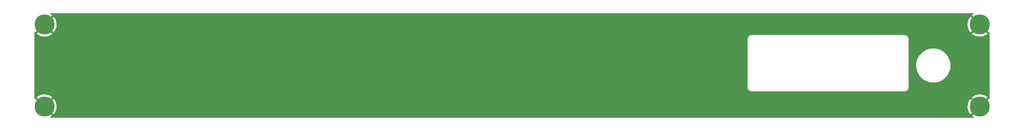
<source format=gbr>
%TF.GenerationSoftware,KiCad,Pcbnew,(5.99.0-10540-g55c1d814f9)*%
%TF.CreationDate,2021-05-27T21:19:54+02:00*%
%TF.ProjectId,plate-back,706c6174-652d-4626-9163-6b2e6b696361,1.0*%
%TF.SameCoordinates,Original*%
%TF.FileFunction,Copper,L2,Bot*%
%TF.FilePolarity,Positive*%
%FSLAX46Y46*%
G04 Gerber Fmt 4.6, Leading zero omitted, Abs format (unit mm)*
G04 Created by KiCad (PCBNEW (5.99.0-10540-g55c1d814f9)) date 2021-05-27 21:19:54*
%MOMM*%
%LPD*%
G01*
G04 APERTURE LIST*
%TA.AperFunction,ComponentPad*%
%ADD10C,5.000000*%
%TD*%
G04 APERTURE END LIST*
D10*
%TO.P,H3,1,1*%
%TO.N,GND*%
X268440000Y-119910000D03*
%TD*%
%TO.P,H4,1,1*%
%TO.N,GND*%
X268440000Y-140370000D03*
%TD*%
%TO.P,H1,1,1*%
%TO.N,GND*%
X35840000Y-119920000D03*
%TD*%
%TO.P,H2,1,1*%
%TO.N,GND*%
X35840000Y-140370000D03*
%TD*%
%TA.AperFunction,Conductor*%
%TO.N,GND*%
G36*
X266928984Y-117095003D02*
G01*
X266975477Y-117148659D01*
X266985581Y-117218933D01*
X266956087Y-117283513D01*
X266927819Y-117307738D01*
X266697711Y-117452085D01*
X266691783Y-117456298D01*
X266513671Y-117598992D01*
X266505201Y-117611117D01*
X266511596Y-117622385D01*
X267293412Y-118404201D01*
X267327438Y-118466513D01*
X267322373Y-118537328D01*
X267288221Y-118587296D01*
X267170553Y-118692318D01*
X267119267Y-118753983D01*
X267060329Y-118793567D01*
X266989347Y-118795002D01*
X266933297Y-118762508D01*
X266152443Y-117981653D01*
X266139651Y-117974668D01*
X266128898Y-117982531D01*
X265968114Y-118187587D01*
X265963982Y-118193532D01*
X265786531Y-118483108D01*
X265783101Y-118489504D01*
X265640114Y-118797543D01*
X265637443Y-118804288D01*
X265530804Y-119126733D01*
X265528928Y-119133736D01*
X265460060Y-119466287D01*
X265458998Y-119473479D01*
X265428810Y-119811737D01*
X265428582Y-119818991D01*
X265437472Y-120158496D01*
X265438078Y-120165712D01*
X265485931Y-120501944D01*
X265487365Y-120509055D01*
X265573548Y-120837565D01*
X265575784Y-120844445D01*
X265699154Y-121160872D01*
X265702169Y-121167459D01*
X265861093Y-121467616D01*
X265864839Y-121473801D01*
X266057206Y-121753697D01*
X266061651Y-121759426D01*
X266128812Y-121836415D01*
X266141986Y-121844819D01*
X266151838Y-121838951D01*
X266924058Y-121066731D01*
X266986370Y-121032705D01*
X267057185Y-121037770D01*
X267107414Y-121072585D01*
X267108196Y-121073633D01*
X267111520Y-121076928D01*
X267283163Y-121247081D01*
X267317460Y-121309244D01*
X267312704Y-121380081D01*
X267283552Y-121425659D01*
X266511544Y-122197667D01*
X266503930Y-122211611D01*
X266503948Y-122211862D01*
X266509864Y-122220609D01*
X266541176Y-122249100D01*
X266546800Y-122253655D01*
X266822604Y-122451840D01*
X266828734Y-122455730D01*
X267125478Y-122620895D01*
X267131998Y-122624047D01*
X267445770Y-122754016D01*
X267452621Y-122756402D01*
X267779233Y-122849440D01*
X267786322Y-122851024D01*
X268121475Y-122905908D01*
X268128683Y-122906665D01*
X268467924Y-122922664D01*
X268475174Y-122922588D01*
X268813998Y-122899490D01*
X268821207Y-122898579D01*
X269155136Y-122836689D01*
X269162166Y-122834962D01*
X269486770Y-122735101D01*
X269493583Y-122732567D01*
X269804550Y-122596061D01*
X269811005Y-122592773D01*
X270104229Y-122421427D01*
X270110278Y-122417408D01*
X270368758Y-122223335D01*
X270377212Y-122212008D01*
X270370467Y-122199678D01*
X269592979Y-121422190D01*
X269558953Y-121359878D01*
X269564018Y-121289063D01*
X269600660Y-121236931D01*
X269674452Y-121174462D01*
X269762932Y-121073569D01*
X269767605Y-121068241D01*
X269827558Y-121030213D01*
X269898554Y-121030635D01*
X269951432Y-121062222D01*
X270726202Y-121836991D01*
X270740140Y-121844602D01*
X270748398Y-121844011D01*
X270799142Y-121826624D01*
X270868086Y-121843575D01*
X270916920Y-121895108D01*
X270930749Y-121952499D01*
X270930749Y-138324779D01*
X270910747Y-138392900D01*
X270857091Y-138439393D01*
X270786817Y-138449497D01*
X270740350Y-138433078D01*
X270740109Y-138432935D01*
X270739503Y-138432956D01*
X270731022Y-138438189D01*
X269951112Y-139218099D01*
X269888800Y-139252125D01*
X269817985Y-139247060D01*
X269763068Y-139207011D01*
X269741462Y-139179605D01*
X269738569Y-139175935D01*
X269698819Y-139138542D01*
X269594250Y-139040173D01*
X269558338Y-138978929D01*
X269561238Y-138907991D01*
X269591487Y-138859303D01*
X270367008Y-138083781D01*
X270374397Y-138070250D01*
X270367608Y-138060546D01*
X270264417Y-137972412D01*
X270258645Y-137968031D01*
X269976746Y-137778603D01*
X269970525Y-137774923D01*
X269668718Y-137619150D01*
X269662107Y-137616207D01*
X269344410Y-137496159D01*
X269337484Y-137493988D01*
X269008096Y-137411252D01*
X269000986Y-137409896D01*
X268664269Y-137365565D01*
X268657031Y-137365034D01*
X268317471Y-137359700D01*
X268310209Y-137360004D01*
X267972271Y-137393735D01*
X267965123Y-137394867D01*
X267633290Y-137467218D01*
X267626312Y-137469166D01*
X267304997Y-137579177D01*
X267298290Y-137581914D01*
X266991754Y-137728125D01*
X266985396Y-137731620D01*
X266697711Y-137912085D01*
X266691783Y-137916298D01*
X266513671Y-138058992D01*
X266505201Y-138071117D01*
X266511596Y-138082385D01*
X267288128Y-138858917D01*
X267322154Y-138921229D01*
X267317089Y-138992044D01*
X267282937Y-139042012D01*
X267170553Y-139142318D01*
X267116749Y-139207011D01*
X267114727Y-139209442D01*
X267055790Y-139249026D01*
X266984808Y-139250463D01*
X266928758Y-139217968D01*
X266152444Y-138441654D01*
X266139651Y-138434668D01*
X266128898Y-138442531D01*
X265968114Y-138647587D01*
X265963982Y-138653532D01*
X265786531Y-138943108D01*
X265783101Y-138949504D01*
X265640114Y-139257543D01*
X265637443Y-139264288D01*
X265530804Y-139586733D01*
X265528928Y-139593736D01*
X265460060Y-139926287D01*
X265458998Y-139933479D01*
X265428810Y-140271737D01*
X265428582Y-140278991D01*
X265437472Y-140618496D01*
X265438078Y-140625712D01*
X265485931Y-140961944D01*
X265487365Y-140969055D01*
X265573548Y-141297565D01*
X265575784Y-141304445D01*
X265699154Y-141620872D01*
X265702169Y-141627459D01*
X265861093Y-141927616D01*
X265864839Y-141933801D01*
X266057206Y-142213697D01*
X266061651Y-142219426D01*
X266128812Y-142296415D01*
X266141986Y-142304819D01*
X266151838Y-142298951D01*
X266928708Y-141522081D01*
X266991020Y-141488055D01*
X267061835Y-141493120D01*
X267107247Y-141524591D01*
X267108196Y-141523633D01*
X267288184Y-141702058D01*
X267322481Y-141764221D01*
X267317725Y-141835058D01*
X267288574Y-141880636D01*
X266511540Y-142657671D01*
X266503929Y-142671609D01*
X266503948Y-142671863D01*
X266509863Y-142680608D01*
X266541176Y-142709100D01*
X266546800Y-142713655D01*
X266822604Y-142911840D01*
X266828734Y-142915730D01*
X266931459Y-142972906D01*
X266981254Y-143023512D01*
X266995783Y-143093006D01*
X266970435Y-143159324D01*
X266913257Y-143201409D01*
X266870181Y-143209001D01*
X37409014Y-143209001D01*
X37340893Y-143188999D01*
X37294400Y-143135343D01*
X37284296Y-143065069D01*
X37313790Y-143000489D01*
X37345444Y-142974213D01*
X37504229Y-142881427D01*
X37510278Y-142877408D01*
X37768758Y-142683335D01*
X37777212Y-142672008D01*
X37770467Y-142659678D01*
X36987564Y-141876775D01*
X36953538Y-141814463D01*
X36958603Y-141743648D01*
X36995245Y-141691516D01*
X37074453Y-141624462D01*
X37162934Y-141523568D01*
X37222886Y-141485541D01*
X37293881Y-141485963D01*
X37346760Y-141517550D01*
X38126202Y-142296991D01*
X38139551Y-142304280D01*
X38149523Y-142297226D01*
X38256567Y-142169203D01*
X38260877Y-142163400D01*
X38447348Y-141879526D01*
X38450962Y-141873264D01*
X38603568Y-141569843D01*
X38606440Y-141563205D01*
X38723156Y-141244264D01*
X38725251Y-141237323D01*
X38804533Y-140907088D01*
X38805818Y-140899945D01*
X38846717Y-140561985D01*
X38847143Y-140556377D01*
X38852912Y-140372797D01*
X38852839Y-140367204D01*
X38833241Y-140027314D01*
X38832409Y-140020125D01*
X38774017Y-139685552D01*
X38772362Y-139678497D01*
X38675906Y-139352868D01*
X38673450Y-139346044D01*
X38540202Y-139033648D01*
X38536981Y-139027160D01*
X38368711Y-138732154D01*
X38364770Y-138726084D01*
X38163708Y-138452371D01*
X38159080Y-138446777D01*
X38153761Y-138441054D01*
X38140108Y-138432935D01*
X38139502Y-138432956D01*
X38131024Y-138438187D01*
X37351111Y-139218099D01*
X37288799Y-139252124D01*
X37217983Y-139247059D01*
X37163065Y-139207007D01*
X37141465Y-139179607D01*
X37141463Y-139179605D01*
X37138570Y-139175935D01*
X36994249Y-139040172D01*
X36958337Y-138978928D01*
X36961237Y-138907991D01*
X36991487Y-138859302D01*
X37767004Y-138083785D01*
X37774396Y-138070248D01*
X37767609Y-138060548D01*
X37664417Y-137972412D01*
X37658645Y-137968031D01*
X37376746Y-137778603D01*
X37370525Y-137774923D01*
X37068718Y-137619150D01*
X37062107Y-137616207D01*
X36744410Y-137496159D01*
X36737484Y-137493988D01*
X36408096Y-137411252D01*
X36400986Y-137409896D01*
X36064269Y-137365565D01*
X36057031Y-137365034D01*
X35717471Y-137359700D01*
X35710209Y-137360004D01*
X35372271Y-137393735D01*
X35365123Y-137394867D01*
X35033290Y-137467218D01*
X35026312Y-137469166D01*
X34704997Y-137579177D01*
X34698290Y-137581914D01*
X34391754Y-137728125D01*
X34385396Y-137731620D01*
X34097711Y-137912085D01*
X34091783Y-137916298D01*
X33913671Y-138058992D01*
X33905201Y-138071117D01*
X33911595Y-138082384D01*
X34688128Y-138858918D01*
X34722153Y-138921230D01*
X34717088Y-138992046D01*
X34682933Y-139042016D01*
X34570554Y-139142318D01*
X34514728Y-139209442D01*
X34514727Y-139209443D01*
X34455789Y-139249026D01*
X34384807Y-139250462D01*
X34328757Y-139217968D01*
X33552443Y-138441653D01*
X33538500Y-138434040D01*
X33532509Y-138434468D01*
X33480330Y-138453267D01*
X33411129Y-138437399D01*
X33361493Y-138386637D01*
X33346750Y-138327495D01*
X33346750Y-123513162D01*
X210722682Y-123513162D01*
X210724156Y-123522019D01*
X210724156Y-123522022D01*
X210724421Y-123523617D01*
X210726084Y-123547754D01*
X210724985Y-123587835D01*
X210725498Y-123592283D01*
X210729919Y-123630617D01*
X210730749Y-123645053D01*
X210730749Y-135489040D01*
X210729734Y-135505004D01*
X210724895Y-135542890D01*
X210725028Y-135547749D01*
X210725028Y-135547754D01*
X210725974Y-135582227D01*
X210724644Y-135599954D01*
X210724444Y-135605681D01*
X210722863Y-135614513D01*
X210723824Y-135623431D01*
X210723824Y-135623433D01*
X210727684Y-135659247D01*
X210728362Y-135669296D01*
X210728480Y-135673584D01*
X210728698Y-135681556D01*
X210731783Y-135699564D01*
X210732864Y-135707317D01*
X210735144Y-135728476D01*
X210738055Y-135739337D01*
X210740541Y-135750681D01*
X210747542Y-135791552D01*
X210751480Y-135799619D01*
X210752193Y-135801080D01*
X210760669Y-135823739D01*
X210764632Y-135838528D01*
X210768475Y-135860488D01*
X210769776Y-135875822D01*
X210783113Y-135910297D01*
X210785375Y-135917229D01*
X210785389Y-135917224D01*
X210786857Y-135921470D01*
X210788017Y-135925798D01*
X210798643Y-135950650D01*
X210800284Y-135954683D01*
X210809376Y-135978183D01*
X210811133Y-135982724D01*
X210813566Y-135986938D01*
X210815667Y-135991328D01*
X210815584Y-135991368D01*
X210818813Y-135997824D01*
X210831891Y-136028411D01*
X210837597Y-136035345D01*
X210844109Y-136043259D01*
X210855935Y-136060323D01*
X210868102Y-136081398D01*
X210877493Y-136101606D01*
X210882722Y-136116089D01*
X210888015Y-136123335D01*
X210888017Y-136123338D01*
X210904529Y-136145941D01*
X210908510Y-136152052D01*
X210908522Y-136152044D01*
X210911033Y-136155756D01*
X210913274Y-136159637D01*
X210916046Y-136163165D01*
X210916046Y-136163166D01*
X210929961Y-136180882D01*
X210932615Y-136184385D01*
X210934956Y-136187589D01*
X210950338Y-136208644D01*
X210953786Y-136212092D01*
X210956945Y-136215781D01*
X210956874Y-136215842D01*
X210961667Y-136221245D01*
X210982211Y-136247399D01*
X210995470Y-136256874D01*
X210997857Y-136258580D01*
X211013693Y-136271999D01*
X211030899Y-136289205D01*
X211045205Y-136306298D01*
X211054006Y-136318937D01*
X211060997Y-136324568D01*
X211060999Y-136324570D01*
X211082795Y-136342125D01*
X211088228Y-136347004D01*
X211088238Y-136346992D01*
X211091617Y-136349922D01*
X211094789Y-136353094D01*
X211098372Y-136355779D01*
X211098375Y-136355782D01*
X211116409Y-136369298D01*
X211119878Y-136371994D01*
X211143273Y-136390837D01*
X211147488Y-136393270D01*
X211151508Y-136396025D01*
X211151455Y-136396102D01*
X211157474Y-136400074D01*
X211184091Y-136420023D01*
X211202103Y-136426775D01*
X211220865Y-136435635D01*
X211236530Y-136444679D01*
X211241943Y-136447804D01*
X211260181Y-136460609D01*
X211271951Y-136470538D01*
X211280162Y-136474168D01*
X211305751Y-136485481D01*
X211312271Y-136488792D01*
X211312277Y-136488779D01*
X211316309Y-136490739D01*
X211320187Y-136492978D01*
X211324338Y-136494642D01*
X211324343Y-136494645D01*
X211345277Y-136503039D01*
X211349327Y-136504746D01*
X211372336Y-136514918D01*
X211372339Y-136514919D01*
X211376786Y-136516885D01*
X211381485Y-136518144D01*
X211386075Y-136519763D01*
X211386044Y-136519850D01*
X211392892Y-136522132D01*
X211415433Y-136531170D01*
X211415436Y-136531171D01*
X211423769Y-136534512D01*
X211441385Y-136536224D01*
X211442902Y-136536371D01*
X211463328Y-136540074D01*
X211478129Y-136544040D01*
X211494729Y-136550366D01*
X211500172Y-136552194D01*
X211508186Y-136556229D01*
X211517013Y-136557852D01*
X211517018Y-136557854D01*
X211552445Y-136564370D01*
X211562261Y-136566584D01*
X211568976Y-136568383D01*
X211574108Y-136569758D01*
X211592241Y-136571936D01*
X211599999Y-136573114D01*
X211620918Y-136576962D01*
X211625781Y-136577095D01*
X211625795Y-136577097D01*
X211632166Y-136577272D01*
X211643732Y-136578123D01*
X211670425Y-136581329D01*
X211684910Y-136583069D01*
X211693766Y-136581595D01*
X211693770Y-136581595D01*
X211695366Y-136581329D01*
X211719504Y-136579666D01*
X211759584Y-136580765D01*
X211802366Y-136575831D01*
X211816801Y-136575001D01*
X249660788Y-136575001D01*
X249676752Y-136576016D01*
X249714638Y-136580855D01*
X249719497Y-136580722D01*
X249719502Y-136580722D01*
X249734238Y-136580318D01*
X249753980Y-136579776D01*
X249771702Y-136581106D01*
X249777429Y-136581306D01*
X249786261Y-136582887D01*
X249795179Y-136581926D01*
X249795181Y-136581926D01*
X249830995Y-136578066D01*
X249841044Y-136577388D01*
X249848822Y-136577175D01*
X249848825Y-136577175D01*
X249853304Y-136577052D01*
X249871312Y-136573967D01*
X249879065Y-136572886D01*
X249887884Y-136571936D01*
X249895391Y-136571127D01*
X249895393Y-136571127D01*
X249900224Y-136570606D01*
X249911094Y-136567693D01*
X249922431Y-136565209D01*
X249954451Y-136559724D01*
X249954452Y-136559724D01*
X249963300Y-136558208D01*
X249972828Y-136553557D01*
X249995487Y-136545081D01*
X250010276Y-136541118D01*
X250032236Y-136537275D01*
X250036185Y-136536940D01*
X250047570Y-136535974D01*
X250082045Y-136522637D01*
X250088977Y-136520375D01*
X250088972Y-136520361D01*
X250093218Y-136518893D01*
X250097546Y-136517733D01*
X250122398Y-136507107D01*
X250126431Y-136505466D01*
X250149931Y-136496374D01*
X250149933Y-136496373D01*
X250154472Y-136494617D01*
X250158686Y-136492184D01*
X250163076Y-136490083D01*
X250163116Y-136490166D01*
X250169572Y-136486937D01*
X250200159Y-136473859D01*
X250215007Y-136461641D01*
X250232067Y-136449818D01*
X250253146Y-136437648D01*
X250273354Y-136428257D01*
X250279395Y-136426076D01*
X250279396Y-136426075D01*
X250287837Y-136423028D01*
X250295083Y-136417735D01*
X250295086Y-136417733D01*
X250317689Y-136401221D01*
X250323800Y-136397240D01*
X250323792Y-136397228D01*
X250327504Y-136394717D01*
X250331385Y-136392476D01*
X250334914Y-136389704D01*
X250352630Y-136375789D01*
X250356133Y-136373135D01*
X250376455Y-136358288D01*
X250380392Y-136355412D01*
X250383840Y-136351964D01*
X250387529Y-136348805D01*
X250387590Y-136348876D01*
X250392993Y-136344083D01*
X250395486Y-136342125D01*
X250419147Y-136323539D01*
X250430328Y-136307893D01*
X250443747Y-136292057D01*
X250460953Y-136274851D01*
X250478046Y-136260545D01*
X250490685Y-136251744D01*
X250513874Y-136222954D01*
X250518752Y-136217522D01*
X250518740Y-136217512D01*
X250521670Y-136214133D01*
X250524842Y-136210961D01*
X250529530Y-136204707D01*
X250541046Y-136189341D01*
X250543742Y-136185872D01*
X250559531Y-136166269D01*
X250559532Y-136166267D01*
X250562585Y-136162477D01*
X250565018Y-136158262D01*
X250567773Y-136154242D01*
X250567850Y-136154295D01*
X250571822Y-136148276D01*
X250591771Y-136121659D01*
X250598523Y-136103647D01*
X250607384Y-136084882D01*
X250619552Y-136063807D01*
X250632357Y-136045569D01*
X250642286Y-136033799D01*
X250657229Y-135999999D01*
X250660540Y-135993479D01*
X250660527Y-135993473D01*
X250662487Y-135989441D01*
X250664726Y-135985563D01*
X250667686Y-135978183D01*
X250674787Y-135960473D01*
X250676494Y-135956423D01*
X250686666Y-135933414D01*
X250686667Y-135933411D01*
X250688633Y-135928964D01*
X250689892Y-135924265D01*
X250691511Y-135919675D01*
X250691598Y-135919706D01*
X250693880Y-135912858D01*
X250702918Y-135890317D01*
X250702919Y-135890314D01*
X250706260Y-135881981D01*
X250708119Y-135862848D01*
X250711822Y-135842422D01*
X250715788Y-135827621D01*
X250722114Y-135811021D01*
X250723942Y-135805578D01*
X250727977Y-135797564D01*
X250729600Y-135788737D01*
X250729602Y-135788732D01*
X250736118Y-135753305D01*
X250738332Y-135743489D01*
X250740343Y-135735982D01*
X250741506Y-135731642D01*
X250743684Y-135713508D01*
X250744864Y-135705740D01*
X250746004Y-135699544D01*
X250748710Y-135684832D01*
X250748843Y-135679969D01*
X250748845Y-135679955D01*
X250749020Y-135673584D01*
X250749871Y-135662018D01*
X250753746Y-135629755D01*
X250754817Y-135620840D01*
X250753343Y-135611984D01*
X250753343Y-135611980D01*
X250753077Y-135610384D01*
X250751414Y-135586245D01*
X250752264Y-135555241D01*
X250752513Y-135546166D01*
X250747579Y-135503384D01*
X250746749Y-135488949D01*
X250746749Y-130253593D01*
X252647210Y-130253593D01*
X252650284Y-130294956D01*
X252677525Y-130661530D01*
X252678035Y-130664496D01*
X252678036Y-130664507D01*
X252746286Y-131061699D01*
X252746799Y-131064683D01*
X252854395Y-131459340D01*
X252999322Y-131841868D01*
X253000658Y-131844577D01*
X253000661Y-131844584D01*
X253162206Y-132172164D01*
X253180245Y-132208744D01*
X253395499Y-132556591D01*
X253397329Y-132558997D01*
X253397332Y-132559002D01*
X253486345Y-132676059D01*
X253643102Y-132882205D01*
X253645146Y-132884416D01*
X253645150Y-132884421D01*
X253918723Y-133180371D01*
X253918730Y-133180378D01*
X253920773Y-133182588D01*
X253923024Y-133184597D01*
X253923030Y-133184603D01*
X254051522Y-133299286D01*
X254225956Y-133454974D01*
X254228386Y-133456756D01*
X254228395Y-133456763D01*
X254399681Y-133582354D01*
X254555842Y-133696856D01*
X254558430Y-133698396D01*
X254558438Y-133698401D01*
X254757418Y-133816782D01*
X254907392Y-133906007D01*
X255277370Y-134080499D01*
X255662368Y-134218728D01*
X256058843Y-134319420D01*
X256346033Y-134363623D01*
X256460154Y-134381188D01*
X256460158Y-134381188D01*
X256463144Y-134381648D01*
X256871548Y-134404839D01*
X257280294Y-134388779D01*
X257283280Y-134388373D01*
X257283287Y-134388372D01*
X257591768Y-134346390D01*
X257685619Y-134333617D01*
X257977101Y-134264982D01*
X258080840Y-134240555D01*
X258080843Y-134240554D01*
X258083791Y-134239860D01*
X258471144Y-134108371D01*
X258584051Y-134057510D01*
X258841353Y-133941605D01*
X258841363Y-133941600D01*
X258844111Y-133940362D01*
X259199257Y-133737379D01*
X259533314Y-133501291D01*
X259584992Y-133456763D01*
X259767752Y-133299286D01*
X259843205Y-133234272D01*
X260126076Y-132938781D01*
X260379323Y-132617538D01*
X260600615Y-132273501D01*
X260787914Y-131909838D01*
X260939495Y-131529898D01*
X261053962Y-131137179D01*
X261130262Y-130735296D01*
X261167692Y-130327950D01*
X261171749Y-130142001D01*
X261152123Y-129733411D01*
X261093426Y-129328582D01*
X260996198Y-128931244D01*
X260861334Y-128545053D01*
X260690076Y-128173567D01*
X260484002Y-127820205D01*
X260482237Y-127817753D01*
X260482231Y-127817744D01*
X260246780Y-127490682D01*
X260246776Y-127490678D01*
X260245008Y-127488221D01*
X260192314Y-127428134D01*
X259977286Y-127182942D01*
X259977283Y-127182939D01*
X259975295Y-127180672D01*
X259973099Y-127178607D01*
X259973094Y-127178601D01*
X259679545Y-126902458D01*
X259679538Y-126902452D01*
X259677346Y-126900390D01*
X259353905Y-126649956D01*
X259151041Y-126521958D01*
X259010513Y-126433291D01*
X259010505Y-126433287D01*
X259007951Y-126431675D01*
X258642667Y-126247557D01*
X258261419Y-126099297D01*
X258258508Y-126098476D01*
X258258505Y-126098475D01*
X257870640Y-125989086D01*
X257870641Y-125989086D01*
X257867715Y-125988261D01*
X257465182Y-125915472D01*
X257261354Y-125898535D01*
X257060540Y-125881848D01*
X257060531Y-125881848D01*
X257057526Y-125881598D01*
X256843059Y-125884405D01*
X256651526Y-125886912D01*
X256651518Y-125886912D01*
X256648499Y-125886952D01*
X256645500Y-125887280D01*
X256645491Y-125887281D01*
X256390372Y-125915222D01*
X256241869Y-125931486D01*
X256238925Y-125932098D01*
X256238921Y-125932099D01*
X256076768Y-125965827D01*
X255841379Y-126014788D01*
X255615498Y-126084925D01*
X255453595Y-126135197D01*
X255453588Y-126135199D01*
X255450717Y-126136091D01*
X255073480Y-126294280D01*
X254713142Y-126487897D01*
X254710628Y-126489577D01*
X254710621Y-126489581D01*
X254473015Y-126648344D01*
X254373019Y-126715159D01*
X254370680Y-126717070D01*
X254370676Y-126717073D01*
X254146308Y-126900390D01*
X254056245Y-126973975D01*
X253924461Y-127104614D01*
X253767884Y-127259830D01*
X253767877Y-127259837D01*
X253765736Y-127261960D01*
X253504166Y-127576464D01*
X253502453Y-127578980D01*
X253338209Y-127820205D01*
X253273944Y-127914590D01*
X253077190Y-128273225D01*
X253075999Y-128275996D01*
X253075999Y-128275997D01*
X252946357Y-128577747D01*
X252915715Y-128649067D01*
X252791007Y-129038655D01*
X252704213Y-129438403D01*
X252656133Y-129844629D01*
X252656067Y-129847639D01*
X252656067Y-129847644D01*
X252649645Y-130142001D01*
X252647210Y-130253593D01*
X250746749Y-130253593D01*
X250746749Y-123644963D01*
X250747764Y-123628999D01*
X250749010Y-123619243D01*
X250752603Y-123591113D01*
X250752265Y-123578761D01*
X250751524Y-123551775D01*
X250752854Y-123534048D01*
X250753054Y-123528321D01*
X250754635Y-123519489D01*
X250749814Y-123474754D01*
X250749136Y-123464706D01*
X250748923Y-123456928D01*
X250748923Y-123456925D01*
X250748800Y-123452447D01*
X250748044Y-123448032D01*
X250748043Y-123448025D01*
X250745718Y-123434454D01*
X250744634Y-123426682D01*
X250742875Y-123410364D01*
X250742354Y-123405526D01*
X250741094Y-123400825D01*
X250741093Y-123400818D01*
X250739443Y-123394661D01*
X250736959Y-123383328D01*
X250735382Y-123374124D01*
X250729956Y-123342450D01*
X250725305Y-123332922D01*
X250716829Y-123310263D01*
X250712866Y-123295474D01*
X250709023Y-123273514D01*
X250708481Y-123267122D01*
X250708480Y-123267120D01*
X250707722Y-123258179D01*
X250704485Y-123249812D01*
X250704484Y-123249807D01*
X250694386Y-123223707D01*
X250692122Y-123216767D01*
X250692107Y-123216772D01*
X250690642Y-123212535D01*
X250689481Y-123208204D01*
X250686225Y-123200589D01*
X250678865Y-123183374D01*
X250677207Y-123179302D01*
X250668122Y-123155819D01*
X250668121Y-123155816D01*
X250666365Y-123151278D01*
X250663932Y-123147063D01*
X250661830Y-123142672D01*
X250661913Y-123142632D01*
X250658682Y-123136172D01*
X250649136Y-123113845D01*
X250645607Y-123105591D01*
X250633393Y-123090748D01*
X250621571Y-123073693D01*
X250609396Y-123052606D01*
X250600006Y-123032398D01*
X250594777Y-123017913D01*
X250572973Y-122988068D01*
X250568988Y-122981949D01*
X250568975Y-122981958D01*
X250566470Y-122978254D01*
X250564224Y-122974364D01*
X250547532Y-122953114D01*
X250544878Y-122949611D01*
X250530030Y-122929287D01*
X250530028Y-122929284D01*
X250527160Y-122925359D01*
X250523717Y-122921916D01*
X250520555Y-122918224D01*
X250520626Y-122918163D01*
X250515839Y-122912767D01*
X250500831Y-122893661D01*
X250500832Y-122893661D01*
X250495287Y-122886603D01*
X250487986Y-122881385D01*
X250487984Y-122881384D01*
X250479646Y-122875426D01*
X250463806Y-122862004D01*
X250446594Y-122844792D01*
X250432290Y-122827700D01*
X250423492Y-122815065D01*
X250394704Y-122791878D01*
X250389276Y-122787003D01*
X250389266Y-122787015D01*
X250385890Y-122784088D01*
X250382710Y-122780908D01*
X250361079Y-122764698D01*
X250357621Y-122762010D01*
X250338026Y-122746227D01*
X250338023Y-122746225D01*
X250334224Y-122743165D01*
X250330002Y-122740728D01*
X250325992Y-122737979D01*
X250326045Y-122737902D01*
X250320024Y-122733928D01*
X250300587Y-122719361D01*
X250293407Y-122713980D01*
X250285007Y-122710831D01*
X250285003Y-122710829D01*
X250275407Y-122707232D01*
X250256631Y-122698367D01*
X250235553Y-122686197D01*
X250217311Y-122673388D01*
X250212410Y-122669253D01*
X250212408Y-122669251D01*
X250205547Y-122663464D01*
X250197334Y-122659833D01*
X250171742Y-122648519D01*
X250165230Y-122645211D01*
X250165223Y-122645225D01*
X250161196Y-122643267D01*
X250157311Y-122641024D01*
X250153153Y-122639357D01*
X250153143Y-122639352D01*
X250132235Y-122630969D01*
X250128178Y-122629260D01*
X250105161Y-122619084D01*
X250100712Y-122617117D01*
X250096012Y-122615858D01*
X250091419Y-122614238D01*
X250091450Y-122614150D01*
X250084602Y-122611869D01*
X250062064Y-122602832D01*
X250062061Y-122602831D01*
X250053728Y-122599490D01*
X250034590Y-122597630D01*
X250014172Y-122593928D01*
X249999362Y-122589959D01*
X249982770Y-122583637D01*
X249977329Y-122581809D01*
X249969312Y-122577773D01*
X249960485Y-122576150D01*
X249960480Y-122576148D01*
X249925053Y-122569632D01*
X249915237Y-122567418D01*
X249907723Y-122565405D01*
X249907722Y-122565405D01*
X249903390Y-122564244D01*
X249898948Y-122563710D01*
X249898946Y-122563710D01*
X249890666Y-122562715D01*
X249885256Y-122562066D01*
X249877498Y-122560887D01*
X249872849Y-122560032D01*
X249856580Y-122557040D01*
X249848020Y-122556805D01*
X249845326Y-122556731D01*
X249833759Y-122555879D01*
X249801501Y-122552004D01*
X249801497Y-122552004D01*
X249792588Y-122550934D01*
X249783731Y-122552408D01*
X249783728Y-122552408D01*
X249782133Y-122552673D01*
X249757996Y-122554336D01*
X249717915Y-122553237D01*
X249687619Y-122556731D01*
X249675133Y-122558171D01*
X249660697Y-122559001D01*
X211816711Y-122559001D01*
X211800747Y-122557986D01*
X211762861Y-122553147D01*
X211758002Y-122553280D01*
X211757997Y-122553280D01*
X211743201Y-122553686D01*
X211723518Y-122554226D01*
X211705796Y-122552896D01*
X211700069Y-122552696D01*
X211691237Y-122551115D01*
X211682319Y-122552076D01*
X211682317Y-122552076D01*
X211646502Y-122555936D01*
X211636454Y-122556614D01*
X211628676Y-122556827D01*
X211628673Y-122556827D01*
X211624195Y-122556950D01*
X211619780Y-122557706D01*
X211619773Y-122557707D01*
X211606202Y-122560032D01*
X211598430Y-122561116D01*
X211595678Y-122561413D01*
X211577274Y-122563396D01*
X211572573Y-122564656D01*
X211572566Y-122564657D01*
X211566409Y-122566307D01*
X211555076Y-122568791D01*
X211545872Y-122570368D01*
X211514198Y-122575794D01*
X211506131Y-122579732D01*
X211504670Y-122580445D01*
X211482011Y-122588921D01*
X211467222Y-122592884D01*
X211445262Y-122596727D01*
X211438870Y-122597269D01*
X211438868Y-122597270D01*
X211429927Y-122598028D01*
X211421560Y-122601265D01*
X211421555Y-122601266D01*
X211395455Y-122611364D01*
X211388515Y-122613628D01*
X211388520Y-122613643D01*
X211384283Y-122615108D01*
X211379952Y-122616269D01*
X211375825Y-122618034D01*
X211375821Y-122618035D01*
X211355122Y-122626885D01*
X211351050Y-122628543D01*
X211327567Y-122637628D01*
X211327564Y-122637629D01*
X211323026Y-122639385D01*
X211318811Y-122641818D01*
X211314420Y-122643920D01*
X211314380Y-122643837D01*
X211307926Y-122647065D01*
X211277339Y-122660143D01*
X211266269Y-122669253D01*
X211262498Y-122672356D01*
X211245441Y-122684179D01*
X211224354Y-122696354D01*
X211204146Y-122705744D01*
X211189661Y-122710973D01*
X211182412Y-122716269D01*
X211159816Y-122732777D01*
X211153697Y-122736762D01*
X211153706Y-122736775D01*
X211150002Y-122739280D01*
X211146112Y-122741526D01*
X211127174Y-122756402D01*
X211124862Y-122758218D01*
X211121359Y-122760872D01*
X211116102Y-122764713D01*
X211097107Y-122778590D01*
X211093664Y-122782033D01*
X211089972Y-122785195D01*
X211089911Y-122785124D01*
X211084516Y-122789910D01*
X211058351Y-122810463D01*
X211053133Y-122817764D01*
X211053132Y-122817766D01*
X211047174Y-122826104D01*
X211033752Y-122841944D01*
X211016540Y-122859156D01*
X210999448Y-122873460D01*
X210986813Y-122882258D01*
X210972934Y-122899490D01*
X210963626Y-122911046D01*
X210958751Y-122916474D01*
X210958763Y-122916484D01*
X210955836Y-122919860D01*
X210952656Y-122923040D01*
X210936446Y-122944671D01*
X210933758Y-122948129D01*
X210929743Y-122953114D01*
X210914913Y-122971526D01*
X210912476Y-122975748D01*
X210909727Y-122979758D01*
X210909650Y-122979705D01*
X210905676Y-122985726D01*
X210885728Y-123012343D01*
X210882579Y-123020743D01*
X210882577Y-123020747D01*
X210878980Y-123030343D01*
X210870115Y-123049119D01*
X210857945Y-123070197D01*
X210845136Y-123088439D01*
X210841001Y-123093340D01*
X210840999Y-123093342D01*
X210835212Y-123100203D01*
X210831581Y-123108415D01*
X210831581Y-123108416D01*
X210820267Y-123134008D01*
X210816959Y-123140520D01*
X210816973Y-123140527D01*
X210815015Y-123144554D01*
X210812772Y-123148439D01*
X210811105Y-123152597D01*
X210811100Y-123152607D01*
X210802717Y-123173515D01*
X210801008Y-123177572D01*
X210788865Y-123205038D01*
X210787606Y-123209738D01*
X210785986Y-123214331D01*
X210785898Y-123214300D01*
X210783617Y-123221148D01*
X210774580Y-123243686D01*
X210774579Y-123243689D01*
X210771238Y-123252022D01*
X210769378Y-123271160D01*
X210765676Y-123291578D01*
X210761707Y-123306388D01*
X210755385Y-123322980D01*
X210753557Y-123328421D01*
X210749521Y-123336438D01*
X210747898Y-123345265D01*
X210747896Y-123345270D01*
X210741380Y-123380697D01*
X210739166Y-123390513D01*
X210738055Y-123394661D01*
X210735992Y-123402360D01*
X210735458Y-123406802D01*
X210735458Y-123406804D01*
X210733814Y-123420491D01*
X210732635Y-123428252D01*
X210728788Y-123449170D01*
X210728655Y-123454026D01*
X210728479Y-123460424D01*
X210727627Y-123471991D01*
X210723752Y-123504249D01*
X210723752Y-123504253D01*
X210722682Y-123513162D01*
X33346750Y-123513162D01*
X33346750Y-121960106D01*
X33366752Y-121891985D01*
X33420408Y-121845492D01*
X33490682Y-121835388D01*
X33540519Y-121853883D01*
X33541986Y-121854819D01*
X33551837Y-121848952D01*
X34328710Y-121072080D01*
X34391022Y-121038055D01*
X34461838Y-121043120D01*
X34507243Y-121074596D01*
X34508197Y-121073633D01*
X34688187Y-121252059D01*
X34722482Y-121314221D01*
X34717727Y-121385058D01*
X34688575Y-121430636D01*
X33911544Y-122207667D01*
X33903930Y-122221611D01*
X33903948Y-122221862D01*
X33909864Y-122230609D01*
X33941176Y-122259100D01*
X33946800Y-122263655D01*
X34222604Y-122461840D01*
X34228734Y-122465730D01*
X34525478Y-122630895D01*
X34531993Y-122634045D01*
X34845770Y-122764016D01*
X34852621Y-122766402D01*
X35179233Y-122859440D01*
X35186322Y-122861024D01*
X35521475Y-122915908D01*
X35528683Y-122916665D01*
X35867924Y-122932664D01*
X35875174Y-122932588D01*
X36213998Y-122909490D01*
X36221207Y-122908579D01*
X36555136Y-122846689D01*
X36562166Y-122844962D01*
X36886770Y-122745101D01*
X36893583Y-122742567D01*
X37204550Y-122606061D01*
X37211005Y-122602773D01*
X37504229Y-122431427D01*
X37510278Y-122427408D01*
X37768758Y-122233335D01*
X37777212Y-122222008D01*
X37770467Y-122209678D01*
X36987564Y-121426775D01*
X36953538Y-121364463D01*
X36958603Y-121293648D01*
X36995245Y-121241516D01*
X37074453Y-121174462D01*
X37162934Y-121073568D01*
X37222886Y-121035541D01*
X37293881Y-121035963D01*
X37346760Y-121067550D01*
X38126202Y-121846991D01*
X38139551Y-121854280D01*
X38149523Y-121847226D01*
X38256567Y-121719203D01*
X38260877Y-121713400D01*
X38447348Y-121429526D01*
X38450962Y-121423264D01*
X38603568Y-121119843D01*
X38606440Y-121113205D01*
X38723156Y-120794264D01*
X38725251Y-120787323D01*
X38804533Y-120457088D01*
X38805818Y-120449945D01*
X38846717Y-120111985D01*
X38847143Y-120106377D01*
X38852912Y-119922797D01*
X38852839Y-119917204D01*
X38833241Y-119577314D01*
X38832409Y-119570125D01*
X38774017Y-119235552D01*
X38772362Y-119228497D01*
X38675906Y-118902868D01*
X38673450Y-118896044D01*
X38540202Y-118583648D01*
X38536981Y-118577160D01*
X38368711Y-118282154D01*
X38364770Y-118276084D01*
X38163708Y-118002371D01*
X38159080Y-117996777D01*
X38153761Y-117991054D01*
X38140108Y-117982935D01*
X38139502Y-117982956D01*
X38131024Y-117988187D01*
X37351111Y-118768099D01*
X37288799Y-118802124D01*
X37217983Y-118797059D01*
X37163065Y-118757007D01*
X37141465Y-118729607D01*
X37141463Y-118729605D01*
X37138570Y-118725935D01*
X36994249Y-118590172D01*
X36958337Y-118528928D01*
X36961237Y-118457991D01*
X36991487Y-118409302D01*
X37767004Y-117633785D01*
X37774396Y-117620248D01*
X37767609Y-117610548D01*
X37664417Y-117522412D01*
X37658645Y-117518031D01*
X37376746Y-117328603D01*
X37370518Y-117324920D01*
X37347360Y-117312967D01*
X37296000Y-117263950D01*
X37279295Y-117194947D01*
X37302547Y-117127866D01*
X37358374Y-117084005D01*
X37405149Y-117075001D01*
X266860863Y-117075001D01*
X266928984Y-117095003D01*
G37*
%TD.AperFunction*%
%TD*%
M02*

</source>
